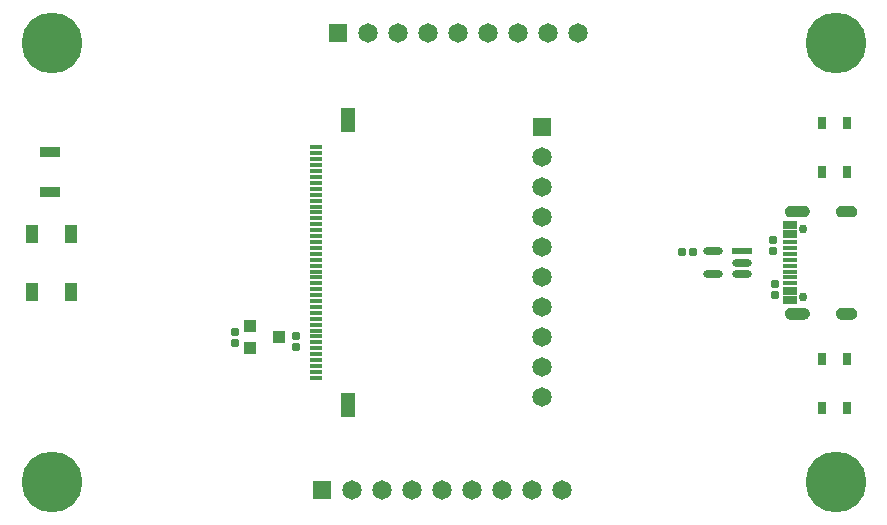
<source format=gbs>
G04*
G04 #@! TF.GenerationSoftware,Altium Limited,Altium Designer,23.1.1 (15)*
G04*
G04 Layer_Color=16711935*
%FSLAX25Y25*%
%MOIN*%
G70*
G04*
G04 #@! TF.SameCoordinates,379D8D2B-01B5-4923-9211-1CC0BA53C839*
G04*
G04*
G04 #@! TF.FilePolarity,Negative*
G04*
G01*
G75*
G04:AMPARAMS|DCode=25|XSize=27.56mil|YSize=25.59mil|CornerRadius=5.41mil|HoleSize=0mil|Usage=FLASHONLY|Rotation=270.000|XOffset=0mil|YOffset=0mil|HoleType=Round|Shape=RoundedRectangle|*
%AMROUNDEDRECTD25*
21,1,0.02756,0.01476,0,0,270.0*
21,1,0.01673,0.02559,0,0,270.0*
1,1,0.01083,-0.00738,-0.00837*
1,1,0.01083,-0.00738,0.00837*
1,1,0.01083,0.00738,0.00837*
1,1,0.01083,0.00738,-0.00837*
%
%ADD25ROUNDEDRECTD25*%
G04:AMPARAMS|DCode=26|XSize=27.56mil|YSize=25.59mil|CornerRadius=5.41mil|HoleSize=0mil|Usage=FLASHONLY|Rotation=0.000|XOffset=0mil|YOffset=0mil|HoleType=Round|Shape=RoundedRectangle|*
%AMROUNDEDRECTD26*
21,1,0.02756,0.01476,0,0,0.0*
21,1,0.01673,0.02559,0,0,0.0*
1,1,0.01083,0.00837,-0.00738*
1,1,0.01083,-0.00837,-0.00738*
1,1,0.01083,-0.00837,0.00738*
1,1,0.01083,0.00837,0.00738*
%
%ADD26ROUNDEDRECTD26*%
%ADD33C,0.02953*%
%ADD34R,0.06496X0.06496*%
%ADD35C,0.06496*%
%ADD36R,0.06496X0.06496*%
%ADD37C,0.20276*%
%ADD51R,0.03937X0.01181*%
%ADD53R,0.06721X0.02425*%
G04:AMPARAMS|DCode=54|XSize=67.21mil|YSize=24.25mil|CornerRadius=12.12mil|HoleSize=0mil|Usage=FLASHONLY|Rotation=180.000|XOffset=0mil|YOffset=0mil|HoleType=Round|Shape=RoundedRectangle|*
%AMROUNDEDRECTD54*
21,1,0.06721,0.00000,0,0,180.0*
21,1,0.04296,0.02425,0,0,180.0*
1,1,0.02425,-0.02148,0.00000*
1,1,0.02425,0.02148,0.00000*
1,1,0.02425,0.02148,0.00000*
1,1,0.02425,-0.02148,0.00000*
%
%ADD54ROUNDEDRECTD54*%
%ADD59R,0.02559X0.04134*%
%ADD60R,0.05118X0.07874*%
%ADD61R,0.04331X0.04134*%
%ADD62R,0.06890X0.03740*%
%ADD63R,0.04134X0.06496*%
%ADD64R,0.04882X0.02756*%
%ADD65R,0.04882X0.01575*%
G36*
X527953Y262724D02*
X527961Y262622D01*
X527972Y262520D01*
X527992Y262417D01*
X528016Y262319D01*
X528043Y262216D01*
X528079Y262122D01*
X528118Y262028D01*
X528161Y261933D01*
X528213Y261842D01*
X528268Y261756D01*
X528323Y261669D01*
X528386Y261587D01*
X528453Y261508D01*
X528524Y261433D01*
X528598Y261362D01*
X528677Y261295D01*
X528760Y261232D01*
X528847Y261177D01*
X528933Y261122D01*
X529024Y261071D01*
X529118Y261028D01*
X529213Y260988D01*
X529307Y260953D01*
X529410Y260925D01*
X529508Y260902D01*
X529610Y260882D01*
X529713Y260870D01*
X529815Y260862D01*
X529917Y260858D01*
X534248D01*
X534350Y260862D01*
X534453Y260870D01*
X534555Y260882D01*
X534657Y260902D01*
X534756Y260925D01*
X534858Y260953D01*
X534953Y260988D01*
X535047Y261028D01*
X535142Y261071D01*
X535232Y261122D01*
X535319Y261177D01*
X535405Y261232D01*
X535488Y261295D01*
X535567Y261362D01*
X535642Y261433D01*
X535713Y261508D01*
X535779Y261587D01*
X535843Y261669D01*
X535898Y261756D01*
X535953Y261842D01*
X536004Y261933D01*
X536047Y262028D01*
X536087Y262122D01*
X536122Y262216D01*
X536150Y262319D01*
X536173Y262417D01*
X536193Y262520D01*
X536205Y262622D01*
X536213Y262724D01*
X536216Y262827D01*
X536213Y262945D01*
X536201Y263051D01*
X536185Y263154D01*
X536165Y263256D01*
X536138Y263354D01*
X536110Y263453D01*
X536071Y263551D01*
X536031Y263646D01*
X535984Y263740D01*
X535933Y263831D01*
X535878Y263917D01*
X535815Y264004D01*
X535752Y264087D01*
X535681Y264161D01*
X535610Y264236D01*
X535532Y264307D01*
X535453Y264374D01*
X535370Y264437D01*
X535284Y264492D01*
X535193Y264547D01*
X535098Y264595D01*
X535004Y264638D01*
X534909Y264677D01*
X534811Y264709D01*
X534709Y264736D01*
X534606Y264760D01*
X534504Y264776D01*
X534402Y264787D01*
X534299Y264795D01*
X534209D01*
X529878D01*
X529760Y264791D01*
X529661Y264779D01*
X529559Y264768D01*
X529461Y264744D01*
X529362Y264721D01*
X529264Y264689D01*
X529169Y264653D01*
X529075Y264614D01*
X528984Y264567D01*
X528894Y264516D01*
X528807Y264461D01*
X528724Y264402D01*
X528646Y264339D01*
X528567Y264272D01*
X528496Y264201D01*
X528425Y264126D01*
X528362Y264047D01*
X528299Y263965D01*
X528244Y263878D01*
X528193Y263791D01*
X528146Y263701D01*
X528102Y263606D01*
X528067Y263512D01*
X528035Y263417D01*
X528008Y263319D01*
X527984Y263216D01*
X527969Y263118D01*
X527957Y263016D01*
X527949Y262913D01*
Y262827D01*
X527953Y262724D01*
D02*
G37*
G36*
X544961D02*
X544969Y262622D01*
X544980Y262520D01*
X545000Y262417D01*
X545024Y262319D01*
X545051Y262216D01*
X545087Y262122D01*
X545126Y262028D01*
X545169Y261933D01*
X545221Y261842D01*
X545276Y261756D01*
X545331Y261669D01*
X545394Y261587D01*
X545461Y261508D01*
X545532Y261433D01*
X545606Y261362D01*
X545685Y261295D01*
X545768Y261232D01*
X545854Y261177D01*
X545941Y261122D01*
X546032Y261071D01*
X546126Y261028D01*
X546220Y260988D01*
X546315Y260953D01*
X546417Y260925D01*
X546516Y260902D01*
X546618Y260882D01*
X546721Y260870D01*
X546823Y260862D01*
X546925Y260858D01*
X550075D01*
X550177Y260862D01*
X550280Y260870D01*
X550382Y260882D01*
X550484Y260902D01*
X550583Y260925D01*
X550685Y260953D01*
X550779Y260988D01*
X550874Y261028D01*
X550969Y261071D01*
X551059Y261122D01*
X551146Y261177D01*
X551232Y261232D01*
X551315Y261295D01*
X551394Y261362D01*
X551469Y261433D01*
X551539Y261508D01*
X551606Y261587D01*
X551669Y261669D01*
X551724Y261756D01*
X551780Y261842D01*
X551831Y261933D01*
X551874Y262028D01*
X551913Y262122D01*
X551949Y262216D01*
X551976Y262319D01*
X552000Y262417D01*
X552020Y262520D01*
X552032Y262622D01*
X552039Y262724D01*
X552043Y262827D01*
X552039Y262929D01*
X552032Y263032D01*
X552020Y263134D01*
X552000Y263236D01*
X551976Y263335D01*
X551949Y263437D01*
X551913Y263531D01*
X551874Y263626D01*
X551831Y263720D01*
X551780Y263811D01*
X551724Y263898D01*
X551669Y263984D01*
X551606Y264067D01*
X551539Y264146D01*
X551469Y264220D01*
X551394Y264291D01*
X551315Y264358D01*
X551232Y264421D01*
X551146Y264476D01*
X551059Y264531D01*
X550969Y264583D01*
X550874Y264626D01*
X550779Y264665D01*
X550685Y264701D01*
X550583Y264728D01*
X550484Y264752D01*
X550382Y264772D01*
X550280Y264784D01*
X550177Y264791D01*
X550075Y264795D01*
X546925D01*
X546823Y264791D01*
X546721Y264784D01*
X546618Y264772D01*
X546516Y264752D01*
X546417Y264728D01*
X546315Y264701D01*
X546220Y264665D01*
X546126Y264626D01*
X546032Y264583D01*
X545941Y264531D01*
X545854Y264476D01*
X545768Y264421D01*
X545685Y264358D01*
X545606Y264291D01*
X545532Y264220D01*
X545461Y264146D01*
X545394Y264067D01*
X545331Y263984D01*
X545276Y263898D01*
X545221Y263811D01*
X545169Y263720D01*
X545126Y263626D01*
X545087Y263531D01*
X545051Y263437D01*
X545024Y263335D01*
X545000Y263236D01*
X544980Y263134D01*
X544969Y263032D01*
X544961Y262929D01*
X544957Y262827D01*
X544961Y262724D01*
D02*
G37*
G36*
X527953Y296779D02*
X527961Y296677D01*
X527972Y296575D01*
X527992Y296472D01*
X528016Y296374D01*
X528043Y296272D01*
X528079Y296177D01*
X528118Y296083D01*
X528161Y295988D01*
X528213Y295898D01*
X528268Y295811D01*
X528323Y295724D01*
X528386Y295642D01*
X528453Y295563D01*
X528524Y295488D01*
X528598Y295417D01*
X528677Y295350D01*
X528760Y295287D01*
X528847Y295232D01*
X528933Y295177D01*
X529024Y295126D01*
X529118Y295083D01*
X529213Y295043D01*
X529307Y295008D01*
X529410Y294980D01*
X529508Y294957D01*
X529610Y294937D01*
X529713Y294925D01*
X529815Y294917D01*
X529917Y294913D01*
X534248D01*
X534350Y294917D01*
X534453Y294925D01*
X534555Y294937D01*
X534657Y294957D01*
X534756Y294980D01*
X534858Y295008D01*
X534953Y295043D01*
X535047Y295083D01*
X535142Y295126D01*
X535232Y295177D01*
X535319Y295232D01*
X535405Y295287D01*
X535488Y295350D01*
X535567Y295417D01*
X535642Y295488D01*
X535713Y295563D01*
X535779Y295642D01*
X535843Y295724D01*
X535898Y295811D01*
X535953Y295898D01*
X536004Y295988D01*
X536047Y296083D01*
X536087Y296177D01*
X536122Y296272D01*
X536150Y296374D01*
X536173Y296472D01*
X536193Y296575D01*
X536205Y296677D01*
X536213Y296779D01*
X536216Y296882D01*
X536213Y296984D01*
X536205Y297087D01*
X536193Y297189D01*
X536173Y297291D01*
X536150Y297390D01*
X536122Y297492D01*
X536087Y297587D01*
X536047Y297681D01*
X536004Y297776D01*
X535953Y297866D01*
X535898Y297953D01*
X535843Y298039D01*
X535779Y298122D01*
X535713Y298201D01*
X535642Y298276D01*
X535567Y298346D01*
X535488Y298413D01*
X535405Y298476D01*
X535319Y298532D01*
X535232Y298587D01*
X535142Y298638D01*
X535047Y298681D01*
X534953Y298721D01*
X534858Y298756D01*
X534756Y298783D01*
X534657Y298807D01*
X534555Y298827D01*
X534453Y298839D01*
X534350Y298847D01*
X534248Y298850D01*
X529917D01*
X529815Y298847D01*
X529713Y298839D01*
X529610Y298827D01*
X529508Y298807D01*
X529410Y298783D01*
X529307Y298756D01*
X529213Y298721D01*
X529118Y298681D01*
X529024Y298638D01*
X528933Y298587D01*
X528847Y298532D01*
X528760Y298476D01*
X528677Y298413D01*
X528598Y298346D01*
X528524Y298276D01*
X528453Y298201D01*
X528386Y298122D01*
X528323Y298039D01*
X528268Y297953D01*
X528213Y297866D01*
X528161Y297776D01*
X528118Y297681D01*
X528079Y297587D01*
X528043Y297492D01*
X528016Y297390D01*
X527992Y297291D01*
X527972Y297189D01*
X527961Y297087D01*
X527953Y296984D01*
X527949Y296882D01*
X527953Y296779D01*
D02*
G37*
G36*
X544961D02*
X544969Y296677D01*
X544980Y296575D01*
X545000Y296472D01*
X545024Y296374D01*
X545051Y296272D01*
X545087Y296177D01*
X545126Y296083D01*
X545169Y295988D01*
X545221Y295898D01*
X545276Y295811D01*
X545331Y295724D01*
X545394Y295642D01*
X545461Y295563D01*
X545532Y295488D01*
X545606Y295417D01*
X545685Y295350D01*
X545768Y295287D01*
X545854Y295232D01*
X545941Y295177D01*
X546032Y295126D01*
X546126Y295083D01*
X546220Y295043D01*
X546315Y295008D01*
X546417Y294980D01*
X546516Y294957D01*
X546618Y294937D01*
X546721Y294925D01*
X546823Y294917D01*
X546925Y294913D01*
X550075D01*
X550177Y294917D01*
X550280Y294925D01*
X550382Y294937D01*
X550484Y294957D01*
X550583Y294980D01*
X550685Y295008D01*
X550779Y295043D01*
X550874Y295083D01*
X550969Y295126D01*
X551059Y295177D01*
X551146Y295232D01*
X551232Y295287D01*
X551315Y295350D01*
X551394Y295417D01*
X551469Y295488D01*
X551539Y295563D01*
X551606Y295642D01*
X551669Y295724D01*
X551724Y295811D01*
X551780Y295898D01*
X551831Y295988D01*
X551874Y296083D01*
X551913Y296177D01*
X551949Y296272D01*
X551976Y296374D01*
X552000Y296472D01*
X552020Y296575D01*
X552032Y296677D01*
X552039Y296779D01*
X552043Y296882D01*
X552039Y296984D01*
X552032Y297087D01*
X552020Y297189D01*
X552000Y297291D01*
X551976Y297390D01*
X551949Y297492D01*
X551913Y297587D01*
X551874Y297681D01*
X551831Y297776D01*
X551780Y297866D01*
X551724Y297953D01*
X551669Y298039D01*
X551606Y298122D01*
X551539Y298201D01*
X551469Y298276D01*
X551394Y298346D01*
X551315Y298413D01*
X551232Y298476D01*
X551146Y298532D01*
X551059Y298587D01*
X550969Y298638D01*
X550874Y298681D01*
X550779Y298721D01*
X550685Y298756D01*
X550583Y298783D01*
X550484Y298807D01*
X550382Y298827D01*
X550280Y298839D01*
X550177Y298847D01*
X550075Y298850D01*
X546925D01*
X546823Y298847D01*
X546721Y298839D01*
X546618Y298827D01*
X546516Y298807D01*
X546417Y298783D01*
X546315Y298756D01*
X546220Y298721D01*
X546126Y298681D01*
X546032Y298638D01*
X545941Y298587D01*
X545854Y298532D01*
X545768Y298476D01*
X545685Y298413D01*
X545606Y298346D01*
X545532Y298276D01*
X545461Y298201D01*
X545394Y298122D01*
X545331Y298039D01*
X545276Y297953D01*
X545221Y297866D01*
X545169Y297776D01*
X545126Y297681D01*
X545087Y297587D01*
X545051Y297492D01*
X545024Y297390D01*
X545000Y297291D01*
X544980Y297189D01*
X544969Y297087D01*
X544961Y296984D01*
X544957Y296882D01*
X544961Y296779D01*
D02*
G37*
D25*
X493728Y283500D02*
D03*
X497272D02*
D03*
D26*
X344500Y256772D02*
D03*
Y253228D02*
D03*
X365000Y255272D02*
D03*
X524500Y272772D02*
D03*
Y269228D02*
D03*
X524000Y287272D02*
D03*
Y283728D02*
D03*
X365000Y251728D02*
D03*
D33*
X534012Y268476D02*
D03*
Y291232D02*
D03*
D34*
X447000Y325000D02*
D03*
D35*
Y315000D02*
D03*
Y295000D02*
D03*
Y285000D02*
D03*
Y275000D02*
D03*
Y265000D02*
D03*
Y255000D02*
D03*
Y245000D02*
D03*
Y235000D02*
D03*
Y305000D02*
D03*
X389000Y356500D02*
D03*
X459000D02*
D03*
X449000D02*
D03*
X439000D02*
D03*
X429000D02*
D03*
X419000D02*
D03*
X409000D02*
D03*
X399000D02*
D03*
X383500Y204000D02*
D03*
X453500D02*
D03*
X443500D02*
D03*
X433500D02*
D03*
X423500D02*
D03*
X413500D02*
D03*
X403500D02*
D03*
X393500D02*
D03*
D36*
X379000Y356500D02*
D03*
X373500Y204000D02*
D03*
D37*
X545000Y353000D02*
D03*
X283500Y206709D02*
D03*
X545000D02*
D03*
X283500Y353000D02*
D03*
D51*
X371559Y255248D02*
D03*
Y241469D02*
D03*
Y243437D02*
D03*
Y245406D02*
D03*
Y247374D02*
D03*
Y249342D02*
D03*
Y251311D02*
D03*
Y253279D02*
D03*
Y257217D02*
D03*
Y259185D02*
D03*
Y261154D02*
D03*
Y263122D02*
D03*
Y265090D02*
D03*
Y267059D02*
D03*
Y269028D02*
D03*
Y270996D02*
D03*
Y272965D02*
D03*
Y274933D02*
D03*
Y276902D02*
D03*
Y278870D02*
D03*
Y280839D02*
D03*
Y282807D02*
D03*
Y284776D02*
D03*
Y286744D02*
D03*
Y288713D02*
D03*
Y290681D02*
D03*
Y292650D02*
D03*
Y294618D02*
D03*
Y296587D02*
D03*
Y298555D02*
D03*
Y300524D02*
D03*
Y302492D02*
D03*
Y304461D02*
D03*
Y306429D02*
D03*
Y308398D02*
D03*
Y310366D02*
D03*
Y312335D02*
D03*
Y314303D02*
D03*
Y316272D02*
D03*
Y318240D02*
D03*
D53*
X513581Y283594D02*
D03*
D54*
Y279854D02*
D03*
Y276114D02*
D03*
X504128D02*
D03*
Y283594D02*
D03*
D59*
X540268Y326539D02*
D03*
Y310201D02*
D03*
X548732Y326539D02*
D03*
Y310201D02*
D03*
X540268Y247799D02*
D03*
Y231461D02*
D03*
X548732Y247799D02*
D03*
Y231461D02*
D03*
D60*
X382189Y232413D02*
D03*
Y327295D02*
D03*
D61*
X349579Y258740D02*
D03*
Y251260D02*
D03*
X359421Y255000D02*
D03*
D62*
X283000Y303307D02*
D03*
Y316693D02*
D03*
D63*
X289996Y289500D02*
D03*
X277004D02*
D03*
Y270209D02*
D03*
X289996D02*
D03*
D64*
X529799Y267256D02*
D03*
Y270406D02*
D03*
Y289303D02*
D03*
Y292453D02*
D03*
D65*
Y272965D02*
D03*
Y274933D02*
D03*
Y276902D02*
D03*
Y278870D02*
D03*
Y286744D02*
D03*
Y284776D02*
D03*
Y282807D02*
D03*
Y280839D02*
D03*
M02*

</source>
